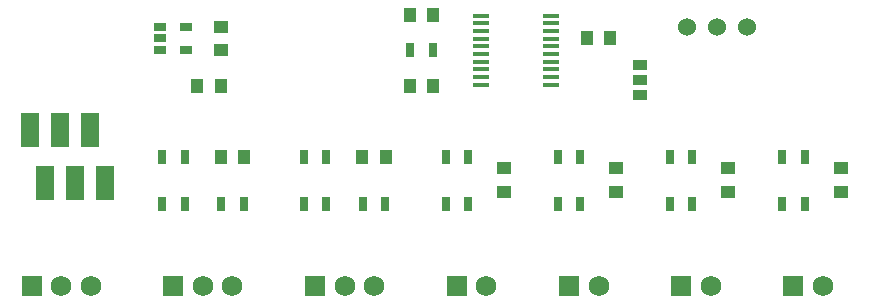
<source format=gbr>
G04 #@! TF.FileFunction,Soldermask,Top*
%FSLAX46Y46*%
G04 Gerber Fmt 4.6, Leading zero omitted, Abs format (unit mm)*
G04 Created by KiCad (PCBNEW 4.0.7-e2-6376~58~ubuntu16.04.1) date Wed Dec 26 14:08:54 2018*
%MOMM*%
%LPD*%
G01*
G04 APERTURE LIST*
%ADD10C,0.100000*%
%ADD11R,1.000000X1.250000*%
%ADD12R,1.250000X1.000000*%
%ADD13R,1.270000X0.970000*%
%ADD14R,0.700000X1.300000*%
%ADD15R,1.450000X0.450000*%
%ADD16R,1.060000X0.650000*%
%ADD17R,1.500000X3.000000*%
%ADD18C,1.524000*%
%ADD19R,1.750000X1.750000*%
%ADD20C,1.750000*%
G04 APERTURE END LIST*
D10*
D11*
X179000000Y-90000000D03*
X177000000Y-90000000D03*
X192000000Y-92000000D03*
X194000000Y-92000000D03*
X177000000Y-96000000D03*
X179000000Y-96000000D03*
X161000000Y-96000000D03*
X159000000Y-96000000D03*
D12*
X161000000Y-93000000D03*
X161000000Y-91000000D03*
D11*
X161000000Y-102000000D03*
X163000000Y-102000000D03*
X173000000Y-102000000D03*
X175000000Y-102000000D03*
D12*
X185000000Y-103000000D03*
X185000000Y-105000000D03*
X194500000Y-103000000D03*
X194500000Y-105000000D03*
X204000000Y-103000000D03*
X204000000Y-105000000D03*
X213500000Y-103000000D03*
X213500000Y-105000000D03*
D13*
X196500000Y-96770000D03*
X196500000Y-95500000D03*
X196500000Y-94230000D03*
D14*
X177050000Y-93000000D03*
X178950000Y-93000000D03*
X156050000Y-102000000D03*
X157950000Y-102000000D03*
X168050000Y-102000000D03*
X169950000Y-102000000D03*
X180050000Y-102000000D03*
X181950000Y-102000000D03*
X189550000Y-102000000D03*
X191450000Y-102000000D03*
X199050000Y-102000000D03*
X200950000Y-102000000D03*
X208550000Y-102000000D03*
X210450000Y-102000000D03*
X156050000Y-106000000D03*
X157950000Y-106000000D03*
X161050000Y-106000000D03*
X162950000Y-106000000D03*
X168050000Y-106000000D03*
X169950000Y-106000000D03*
X173050000Y-106000000D03*
X174950000Y-106000000D03*
X180050000Y-106000000D03*
X181950000Y-106000000D03*
X189550000Y-106000000D03*
X191450000Y-106000000D03*
X199050000Y-106000000D03*
X200950000Y-106000000D03*
X208550000Y-106000000D03*
X210450000Y-106000000D03*
D15*
X183050000Y-90075000D03*
X183050000Y-90725000D03*
X183050000Y-91375000D03*
X183050000Y-92025000D03*
X183050000Y-92675000D03*
X183050000Y-93325000D03*
X183050000Y-93975000D03*
X183050000Y-94625000D03*
X183050000Y-95275000D03*
X183050000Y-95925000D03*
X188950000Y-95925000D03*
X188950000Y-95275000D03*
X188950000Y-94625000D03*
X188950000Y-93975000D03*
X188950000Y-93325000D03*
X188950000Y-92675000D03*
X188950000Y-92025000D03*
X188950000Y-91375000D03*
X188950000Y-90725000D03*
X188950000Y-90075000D03*
D16*
X155900000Y-91050000D03*
X155900000Y-92000000D03*
X155900000Y-92950000D03*
X158100000Y-92950000D03*
X158100000Y-91050000D03*
D17*
X144825000Y-99750000D03*
X146095000Y-104250000D03*
X147365000Y-99750000D03*
X148635000Y-104250000D03*
X149905000Y-99750000D03*
X151175000Y-104250000D03*
D18*
X200460000Y-91000000D03*
X203000000Y-91000000D03*
X205540000Y-91000000D03*
D19*
X145000000Y-113000000D03*
D20*
X147500000Y-113000000D03*
X150000000Y-113000000D03*
D19*
X157000000Y-113000000D03*
D20*
X159500000Y-113000000D03*
X162000000Y-113000000D03*
D19*
X169000000Y-113000000D03*
D20*
X171500000Y-113000000D03*
X174000000Y-113000000D03*
D19*
X181000000Y-113000000D03*
D20*
X183500000Y-113000000D03*
D19*
X190500000Y-113000000D03*
D20*
X193000000Y-113000000D03*
D19*
X200000000Y-113000000D03*
D20*
X202500000Y-113000000D03*
D19*
X209500000Y-113000000D03*
D20*
X212000000Y-113000000D03*
M02*

</source>
